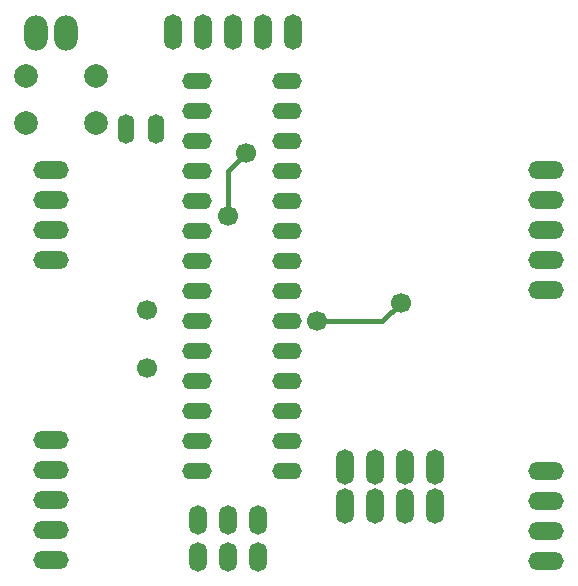
<source format=gbr>
G04 #@! TF.FileFunction,Copper,L1,Top,Signal*
%FSLAX46Y46*%
G04 Gerber Fmt 4.6, Leading zero omitted, Abs format (unit mm)*
G04 Created by KiCad (PCBNEW no-bzr-product) date 06/20/16 09:14:02*
%MOMM*%
%LPD*%
G01*
G04 APERTURE LIST*
%ADD10C,0.100000*%
%ADD11O,2.500000X1.400000*%
%ADD12C,1.700000*%
%ADD13O,1.500000X3.000000*%
%ADD14O,3.000000X1.500000*%
%ADD15C,2.000000*%
%ADD16O,1.500000X2.500000*%
%ADD17O,1.400000X2.500000*%
%ADD18O,2.000000X3.000000*%
%ADD19C,0.400000*%
G04 APERTURE END LIST*
D10*
D11*
X87022449Y-48392239D03*
X87022449Y-50932239D03*
X87022449Y-53472239D03*
X87022449Y-56012239D03*
X87022449Y-58552239D03*
X87022449Y-61092239D03*
X87022449Y-63632239D03*
X87022449Y-66172239D03*
X87022449Y-68712239D03*
X87022449Y-71252239D03*
X87022449Y-73792239D03*
X87022449Y-76332239D03*
X87022449Y-78872239D03*
X87022449Y-81412239D03*
X94642449Y-81412239D03*
X94642449Y-78872239D03*
X94642449Y-76332239D03*
X94642449Y-73792239D03*
X94642449Y-71252239D03*
X94642449Y-68712239D03*
X94642449Y-66172239D03*
X94642449Y-63632239D03*
X94642449Y-61092239D03*
X94642449Y-58552239D03*
X94642449Y-56012239D03*
X94642449Y-53472239D03*
X94642449Y-50932239D03*
X94642449Y-48392239D03*
D12*
X82804000Y-67790060D03*
X82804000Y-72671940D03*
D13*
X99568000Y-84347000D03*
X102108000Y-84347000D03*
X99568000Y-81007000D03*
X102108000Y-81007000D03*
X104648000Y-84347000D03*
X104648000Y-81007000D03*
X107188000Y-84347000D03*
X107188000Y-81007000D03*
D14*
X74676000Y-55880000D03*
X74676000Y-58420000D03*
X74676000Y-60960000D03*
X74676000Y-63500000D03*
D15*
X72486000Y-47943000D03*
X78486000Y-47943000D03*
X72486000Y-51943000D03*
X78486000Y-51943000D03*
D16*
X92202000Y-85552000D03*
X92202000Y-88692000D03*
X89662000Y-85552000D03*
X89662000Y-88692000D03*
X87122000Y-85552000D03*
X87122000Y-88692000D03*
D14*
X116586000Y-89027000D03*
X116586000Y-86487000D03*
X116586000Y-83947000D03*
X116586000Y-81407000D03*
D13*
X95123000Y-44196000D03*
X92583000Y-44196000D03*
X90043000Y-44196000D03*
X87503000Y-44196000D03*
X84963000Y-44196000D03*
D14*
X74676000Y-78740000D03*
X74676000Y-81280000D03*
X74676000Y-83820000D03*
X74676000Y-86360000D03*
X74676000Y-88900000D03*
X116586000Y-66040000D03*
X116586000Y-63500000D03*
X116586000Y-60960000D03*
X116586000Y-58420000D03*
X116586000Y-55880000D03*
D17*
X81026000Y-52451000D03*
X83566000Y-52451000D03*
D18*
X73406000Y-44323000D03*
X75946000Y-44323000D03*
D12*
X97131226Y-68697080D03*
X104229620Y-67142404D03*
X91186000Y-54483000D03*
X89662000Y-59817000D03*
D19*
X98333307Y-68697080D02*
X97131226Y-68697080D01*
X102674944Y-68697080D02*
X98333307Y-68697080D01*
X104229620Y-67142404D02*
X102674944Y-68697080D01*
X89662000Y-59817000D02*
X89662000Y-56007000D01*
X89662000Y-56007000D02*
X91186000Y-54483000D01*
M02*

</source>
